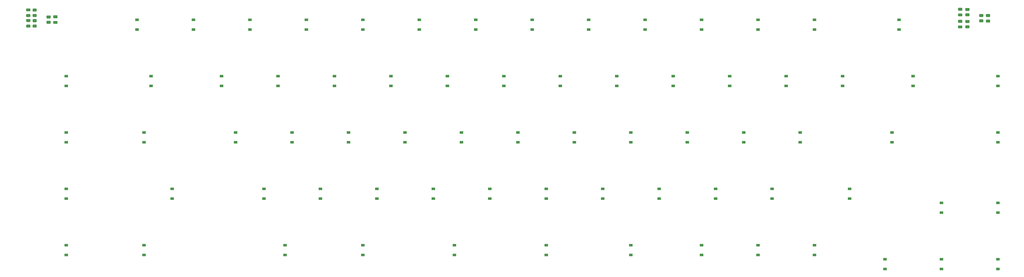
<source format=gbr>
%TF.GenerationSoftware,KiCad,Pcbnew,(5.1.9)-1*%
%TF.CreationDate,2021-03-12T14:35:54-08:00*%
%TF.ProjectId,USKB Final,55534b42-2046-4696-9e61-6c2e6b696361,rev?*%
%TF.SameCoordinates,Original*%
%TF.FileFunction,Paste,Bot*%
%TF.FilePolarity,Positive*%
%FSLAX46Y46*%
G04 Gerber Fmt 4.6, Leading zero omitted, Abs format (unit mm)*
G04 Created by KiCad (PCBNEW (5.1.9)-1) date 2021-03-12 14:35:54*
%MOMM*%
%LPD*%
G01*
G04 APERTURE LIST*
%ADD10R,1.200000X0.900000*%
G04 APERTURE END LIST*
%TO.C,R6*%
G36*
G01*
X53905998Y-35198000D02*
X54806002Y-35198000D01*
G75*
G02*
X55056000Y-35447998I0J-249998D01*
G01*
X55056000Y-35973002D01*
G75*
G02*
X54806002Y-36223000I-249998J0D01*
G01*
X53905998Y-36223000D01*
G75*
G02*
X53656000Y-35973002I0J249998D01*
G01*
X53656000Y-35447998D01*
G75*
G02*
X53905998Y-35198000I249998J0D01*
G01*
G37*
G36*
G01*
X53905998Y-33373000D02*
X54806002Y-33373000D01*
G75*
G02*
X55056000Y-33622998I0J-249998D01*
G01*
X55056000Y-34148002D01*
G75*
G02*
X54806002Y-34398000I-249998J0D01*
G01*
X53905998Y-34398000D01*
G75*
G02*
X53656000Y-34148002I0J249998D01*
G01*
X53656000Y-33622998D01*
G75*
G02*
X53905998Y-33373000I249998J0D01*
G01*
G37*
%TD*%
%TO.C,R5*%
G36*
G01*
X50101922Y-35662920D02*
X49201918Y-35662920D01*
G75*
G02*
X48951920Y-35412922I0J249998D01*
G01*
X48951920Y-34887918D01*
G75*
G02*
X49201918Y-34637920I249998J0D01*
G01*
X50101922Y-34637920D01*
G75*
G02*
X50351920Y-34887918I0J-249998D01*
G01*
X50351920Y-35412922D01*
G75*
G02*
X50101922Y-35662920I-249998J0D01*
G01*
G37*
G36*
G01*
X50101922Y-37487920D02*
X49201918Y-37487920D01*
G75*
G02*
X48951920Y-37237922I0J249998D01*
G01*
X48951920Y-36712918D01*
G75*
G02*
X49201918Y-36462920I249998J0D01*
G01*
X50101922Y-36462920D01*
G75*
G02*
X50351920Y-36712918I0J-249998D01*
G01*
X50351920Y-37237922D01*
G75*
G02*
X50101922Y-37487920I-249998J0D01*
G01*
G37*
%TD*%
%TO.C,R4*%
G36*
G01*
X49201918Y-32886600D02*
X50101922Y-32886600D01*
G75*
G02*
X50351920Y-33136598I0J-249998D01*
G01*
X50351920Y-33661602D01*
G75*
G02*
X50101922Y-33911600I-249998J0D01*
G01*
X49201918Y-33911600D01*
G75*
G02*
X48951920Y-33661602I0J249998D01*
G01*
X48951920Y-33136598D01*
G75*
G02*
X49201918Y-32886600I249998J0D01*
G01*
G37*
G36*
G01*
X49201918Y-31061600D02*
X50101922Y-31061600D01*
G75*
G02*
X50351920Y-31311598I0J-249998D01*
G01*
X50351920Y-31836602D01*
G75*
G02*
X50101922Y-32086600I-249998J0D01*
G01*
X49201918Y-32086600D01*
G75*
G02*
X48951920Y-31836602I0J249998D01*
G01*
X48951920Y-31311598D01*
G75*
G02*
X49201918Y-31061600I249998J0D01*
G01*
G37*
%TD*%
%TO.C,R3*%
G36*
G01*
X368611998Y-34713500D02*
X369512002Y-34713500D01*
G75*
G02*
X369762000Y-34963498I0J-249998D01*
G01*
X369762000Y-35488502D01*
G75*
G02*
X369512002Y-35738500I-249998J0D01*
G01*
X368611998Y-35738500D01*
G75*
G02*
X368362000Y-35488502I0J249998D01*
G01*
X368362000Y-34963498D01*
G75*
G02*
X368611998Y-34713500I249998J0D01*
G01*
G37*
G36*
G01*
X368611998Y-32888500D02*
X369512002Y-32888500D01*
G75*
G02*
X369762000Y-33138498I0J-249998D01*
G01*
X369762000Y-33663502D01*
G75*
G02*
X369512002Y-33913500I-249998J0D01*
G01*
X368611998Y-33913500D01*
G75*
G02*
X368362000Y-33663502I0J249998D01*
G01*
X368362000Y-33138498D01*
G75*
G02*
X368611998Y-32888500I249998J0D01*
G01*
G37*
%TD*%
%TO.C,R2*%
G36*
G01*
X364813002Y-35922000D02*
X363912998Y-35922000D01*
G75*
G02*
X363663000Y-35672002I0J249998D01*
G01*
X363663000Y-35146998D01*
G75*
G02*
X363912998Y-34897000I249998J0D01*
G01*
X364813002Y-34897000D01*
G75*
G02*
X365063000Y-35146998I0J-249998D01*
G01*
X365063000Y-35672002D01*
G75*
G02*
X364813002Y-35922000I-249998J0D01*
G01*
G37*
G36*
G01*
X364813002Y-37747000D02*
X363912998Y-37747000D01*
G75*
G02*
X363663000Y-37497002I0J249998D01*
G01*
X363663000Y-36971998D01*
G75*
G02*
X363912998Y-36722000I249998J0D01*
G01*
X364813002Y-36722000D01*
G75*
G02*
X365063000Y-36971998I0J-249998D01*
G01*
X365063000Y-37497002D01*
G75*
G02*
X364813002Y-37747000I-249998J0D01*
G01*
G37*
%TD*%
%TO.C,R1*%
G36*
G01*
X363912998Y-32658000D02*
X364813002Y-32658000D01*
G75*
G02*
X365063000Y-32907998I0J-249998D01*
G01*
X365063000Y-33433002D01*
G75*
G02*
X364813002Y-33683000I-249998J0D01*
G01*
X363912998Y-33683000D01*
G75*
G02*
X363663000Y-33433002I0J249998D01*
G01*
X363663000Y-32907998D01*
G75*
G02*
X363912998Y-32658000I249998J0D01*
G01*
G37*
G36*
G01*
X363912998Y-30833000D02*
X364813002Y-30833000D01*
G75*
G02*
X365063000Y-31082998I0J-249998D01*
G01*
X365063000Y-31608002D01*
G75*
G02*
X364813002Y-31858000I-249998J0D01*
G01*
X363912998Y-31858000D01*
G75*
G02*
X363663000Y-31608002I0J249998D01*
G01*
X363663000Y-31082998D01*
G75*
G02*
X363912998Y-30833000I249998J0D01*
G01*
G37*
%TD*%
D10*
%TO.C,D_Z1*%
X127000000Y-92012500D03*
X127000000Y-95312500D03*
%TD*%
%TO.C,D_Y1*%
X207962500Y-53912500D03*
X207962500Y-57212500D03*
%TD*%
%TO.C,D_X1*%
X146050000Y-92012500D03*
X146050000Y-95312500D03*
%TD*%
%TO.C,D_Win1*%
X374650000Y-96775000D03*
X374650000Y-100075000D03*
%TD*%
%TO.C,D_W1*%
X131762500Y-53912500D03*
X131762500Y-57212500D03*
%TD*%
%TO.C,D_V1*%
X184150000Y-92012500D03*
X184150000Y-95312500D03*
%TD*%
%TO.C,D_UArrow1*%
X355600000Y-96775000D03*
X355600000Y-100075000D03*
%TD*%
%TO.C,D_U1*%
X227012500Y-53912500D03*
X227012500Y-57212500D03*
%TD*%
%TO.C,D_Tab1*%
X88900000Y-53912500D03*
X88900000Y-57212500D03*
%TD*%
%TO.C,D_T1*%
X188912500Y-53912500D03*
X188912500Y-57212500D03*
%TD*%
%TO.C,D_Space_4*%
X250825000Y-111062500D03*
X250825000Y-114362500D03*
%TD*%
%TO.C,D_Space_3*%
X222250000Y-111062500D03*
X222250000Y-114362500D03*
%TD*%
%TO.C,D_Space_2*%
X191293750Y-111062500D03*
X191293750Y-114362500D03*
%TD*%
%TO.C,D_Space1*%
X160337500Y-111062500D03*
X160337500Y-114362500D03*
%TD*%
%TO.C,D_Slash1*%
X298450000Y-92012500D03*
X298450000Y-95312500D03*
%TD*%
%TO.C,D_Shift2*%
X324643750Y-92012500D03*
X324643750Y-95312500D03*
%TD*%
%TO.C,D_Shift1*%
X96043750Y-92012500D03*
X96043750Y-95312500D03*
%TD*%
%TO.C,D_S1*%
X136525000Y-72962500D03*
X136525000Y-76262500D03*
%TD*%
%TO.C,D_RThan1*%
X279400000Y-92012500D03*
X279400000Y-95312500D03*
%TD*%
%TO.C,D_RBrace1*%
X322262500Y-53912500D03*
X322262500Y-57212500D03*
%TD*%
%TO.C,D_RArrow1*%
X374650000Y-115825000D03*
X374650000Y-119125000D03*
%TD*%
%TO.C,D_R1*%
X169862500Y-53912500D03*
X169862500Y-57212500D03*
%TD*%
%TO.C,D_Q1*%
X112712500Y-53912500D03*
X112712500Y-57212500D03*
%TD*%
%TO.C,D_Plus1*%
X312737500Y-34862500D03*
X312737500Y-38162500D03*
%TD*%
%TO.C,D_P1*%
X284162500Y-53912500D03*
X284162500Y-57212500D03*
%TD*%
%TO.C,D_O1*%
X265112500Y-53912500D03*
X265112500Y-57212500D03*
%TD*%
%TO.C,D_Num9*%
X255587500Y-34862500D03*
X255587500Y-38162500D03*
%TD*%
%TO.C,D_Num8*%
X236537500Y-34862500D03*
X236537500Y-38162500D03*
%TD*%
%TO.C,D_Num7*%
X217487500Y-34862500D03*
X217487500Y-38162500D03*
%TD*%
%TO.C,D_Num6*%
X198437500Y-34862500D03*
X198437500Y-38162500D03*
%TD*%
%TO.C,D_Num5*%
X179387500Y-34862500D03*
X179387500Y-38162500D03*
%TD*%
%TO.C,D_Num4*%
X160337500Y-34862500D03*
X160337500Y-38162500D03*
%TD*%
%TO.C,D_Num3*%
X141287500Y-34862500D03*
X141287500Y-38162500D03*
%TD*%
%TO.C,D_Num2*%
X122237500Y-34862500D03*
X122237500Y-38162500D03*
%TD*%
%TO.C,D_Num1*%
X103187500Y-34862500D03*
X103187500Y-38162500D03*
%TD*%
%TO.C,D_Num0*%
X274637500Y-34862500D03*
X274637500Y-38162500D03*
%TD*%
%TO.C,D_N1*%
X222250000Y-92012500D03*
X222250000Y-95312500D03*
%TD*%
%TO.C,D_Minus1*%
X293687500Y-34862500D03*
X293687500Y-38162500D03*
%TD*%
%TO.C,D_M1*%
X241300000Y-92012500D03*
X241300000Y-95312500D03*
%TD*%
%TO.C,D_LThan1*%
X260350000Y-92012500D03*
X260350000Y-95312500D03*
%TD*%
%TO.C,D_LBrace1*%
X303212500Y-53912500D03*
X303212500Y-57212500D03*
%TD*%
%TO.C,D_LArrow1*%
X336550000Y-115825000D03*
X336550000Y-119125000D03*
%TD*%
%TO.C,D_L1*%
X269875000Y-72962500D03*
X269875000Y-76262500D03*
%TD*%
%TO.C,D_K1*%
X250825000Y-72962500D03*
X250825000Y-76262500D03*
%TD*%
%TO.C,D_J1*%
X231775000Y-72962500D03*
X231775000Y-76262500D03*
%TD*%
%TO.C,D_I1*%
X246062500Y-53912500D03*
X246062500Y-57212500D03*
%TD*%
%TO.C,D_H1*%
X212725000Y-72962500D03*
X212725000Y-76262500D03*
%TD*%
%TO.C,D_G1*%
X193675000Y-72962500D03*
X193675000Y-76262500D03*
%TD*%
%TO.C,D_Fn1*%
X293687500Y-111062500D03*
X293687500Y-114362500D03*
%TD*%
%TO.C,D_F18*%
X374650000Y-72962500D03*
X374650000Y-76262500D03*
%TD*%
%TO.C,D_F17*%
X374650000Y-53912500D03*
X374650000Y-57212500D03*
%TD*%
%TO.C,D_F16*%
X60325000Y-111062500D03*
X60325000Y-114362500D03*
%TD*%
%TO.C,D_F15*%
X60325000Y-92012500D03*
X60325000Y-95312500D03*
%TD*%
%TO.C,D_F14*%
X60325000Y-72962500D03*
X60325000Y-76262500D03*
%TD*%
%TO.C,D_F13*%
X60325000Y-53912500D03*
X60325000Y-57212500D03*
%TD*%
%TO.C,D_F1*%
X174625000Y-72962500D03*
X174625000Y-76262500D03*
%TD*%
%TO.C,D_Esc1*%
X84137500Y-34862500D03*
X84137500Y-38162500D03*
%TD*%
%TO.C,D_Enter1*%
X338931250Y-72962500D03*
X338931250Y-76262500D03*
%TD*%
%TO.C,D_E1*%
X150812500Y-53912500D03*
X150812500Y-57212500D03*
%TD*%
%TO.C,D_DArrow1*%
X355600000Y-115825000D03*
X355600000Y-119125000D03*
%TD*%
%TO.C,D_D1*%
X155575000Y-72962500D03*
X155575000Y-76262500D03*
%TD*%
%TO.C,D_Ctrl2*%
X312737500Y-111062500D03*
X312737500Y-114362500D03*
%TD*%
%TO.C,D_Ctrl1*%
X86518750Y-111062500D03*
X86518750Y-114362500D03*
%TD*%
%TO.C,D_Colon1*%
X288925000Y-72962500D03*
X288925000Y-76262500D03*
%TD*%
%TO.C,D_Caps1*%
X86518750Y-72962500D03*
X86518750Y-76262500D03*
%TD*%
%TO.C,D_C1*%
X165100000Y-92012500D03*
X165100000Y-95312500D03*
%TD*%
%TO.C,D_BSlash1*%
X346075000Y-53912500D03*
X346075000Y-57212500D03*
%TD*%
%TO.C,D_Backspace1*%
X341312500Y-34862500D03*
X341312500Y-38162500D03*
%TD*%
%TO.C,D_B1*%
X203200000Y-92012500D03*
X203200000Y-95312500D03*
%TD*%
%TO.C,D_Apostrophe1*%
X307975000Y-72962500D03*
X307975000Y-76262500D03*
%TD*%
%TO.C,D_Alt2*%
X274637500Y-111062500D03*
X274637500Y-114362500D03*
%TD*%
%TO.C,D_Alt1*%
X134143750Y-111062500D03*
X134143750Y-114362500D03*
%TD*%
%TO.C,D_A1*%
X117475000Y-72962500D03*
X117475000Y-76262500D03*
%TD*%
%TO.C,C6*%
G36*
G01*
X57117000Y-34348000D02*
X56167000Y-34348000D01*
G75*
G02*
X55917000Y-34098000I0J250000D01*
G01*
X55917000Y-33598000D01*
G75*
G02*
X56167000Y-33348000I250000J0D01*
G01*
X57117000Y-33348000D01*
G75*
G02*
X57367000Y-33598000I0J-250000D01*
G01*
X57367000Y-34098000D01*
G75*
G02*
X57117000Y-34348000I-250000J0D01*
G01*
G37*
G36*
G01*
X57117000Y-36248000D02*
X56167000Y-36248000D01*
G75*
G02*
X55917000Y-35998000I0J250000D01*
G01*
X55917000Y-35498000D01*
G75*
G02*
X56167000Y-35248000I250000J0D01*
G01*
X57117000Y-35248000D01*
G75*
G02*
X57367000Y-35498000I0J-250000D01*
G01*
X57367000Y-35998000D01*
G75*
G02*
X57117000Y-36248000I-250000J0D01*
G01*
G37*
%TD*%
%TO.C,C5*%
G36*
G01*
X47028080Y-36492600D02*
X47978080Y-36492600D01*
G75*
G02*
X48228080Y-36742600I0J-250000D01*
G01*
X48228080Y-37242600D01*
G75*
G02*
X47978080Y-37492600I-250000J0D01*
G01*
X47028080Y-37492600D01*
G75*
G02*
X46778080Y-37242600I0J250000D01*
G01*
X46778080Y-36742600D01*
G75*
G02*
X47028080Y-36492600I250000J0D01*
G01*
G37*
G36*
G01*
X47028080Y-34592600D02*
X47978080Y-34592600D01*
G75*
G02*
X48228080Y-34842600I0J-250000D01*
G01*
X48228080Y-35342600D01*
G75*
G02*
X47978080Y-35592600I-250000J0D01*
G01*
X47028080Y-35592600D01*
G75*
G02*
X46778080Y-35342600I0J250000D01*
G01*
X46778080Y-34842600D01*
G75*
G02*
X47028080Y-34592600I250000J0D01*
G01*
G37*
%TD*%
%TO.C,C4*%
G36*
G01*
X47978080Y-32016280D02*
X47028080Y-32016280D01*
G75*
G02*
X46778080Y-31766280I0J250000D01*
G01*
X46778080Y-31266280D01*
G75*
G02*
X47028080Y-31016280I250000J0D01*
G01*
X47978080Y-31016280D01*
G75*
G02*
X48228080Y-31266280I0J-250000D01*
G01*
X48228080Y-31766280D01*
G75*
G02*
X47978080Y-32016280I-250000J0D01*
G01*
G37*
G36*
G01*
X47978080Y-33916280D02*
X47028080Y-33916280D01*
G75*
G02*
X46778080Y-33666280I0J250000D01*
G01*
X46778080Y-33166280D01*
G75*
G02*
X47028080Y-32916280I250000J0D01*
G01*
X47978080Y-32916280D01*
G75*
G02*
X48228080Y-33166280I0J-250000D01*
G01*
X48228080Y-33666280D01*
G75*
G02*
X47978080Y-33916280I-250000J0D01*
G01*
G37*
%TD*%
%TO.C,C3*%
G36*
G01*
X371823000Y-33906000D02*
X370873000Y-33906000D01*
G75*
G02*
X370623000Y-33656000I0J250000D01*
G01*
X370623000Y-33156000D01*
G75*
G02*
X370873000Y-32906000I250000J0D01*
G01*
X371823000Y-32906000D01*
G75*
G02*
X372073000Y-33156000I0J-250000D01*
G01*
X372073000Y-33656000D01*
G75*
G02*
X371823000Y-33906000I-250000J0D01*
G01*
G37*
G36*
G01*
X371823000Y-35806000D02*
X370873000Y-35806000D01*
G75*
G02*
X370623000Y-35556000I0J250000D01*
G01*
X370623000Y-35056000D01*
G75*
G02*
X370873000Y-34806000I250000J0D01*
G01*
X371823000Y-34806000D01*
G75*
G02*
X372073000Y-35056000I0J-250000D01*
G01*
X372073000Y-35556000D01*
G75*
G02*
X371823000Y-35806000I-250000J0D01*
G01*
G37*
%TD*%
%TO.C,C2*%
G36*
G01*
X361475000Y-36772000D02*
X362425000Y-36772000D01*
G75*
G02*
X362675000Y-37022000I0J-250000D01*
G01*
X362675000Y-37522000D01*
G75*
G02*
X362425000Y-37772000I-250000J0D01*
G01*
X361475000Y-37772000D01*
G75*
G02*
X361225000Y-37522000I0J250000D01*
G01*
X361225000Y-37022000D01*
G75*
G02*
X361475000Y-36772000I250000J0D01*
G01*
G37*
G36*
G01*
X361475000Y-34872000D02*
X362425000Y-34872000D01*
G75*
G02*
X362675000Y-35122000I0J-250000D01*
G01*
X362675000Y-35622000D01*
G75*
G02*
X362425000Y-35872000I-250000J0D01*
G01*
X361475000Y-35872000D01*
G75*
G02*
X361225000Y-35622000I0J250000D01*
G01*
X361225000Y-35122000D01*
G75*
G02*
X361475000Y-34872000I250000J0D01*
G01*
G37*
%TD*%
%TO.C,C1*%
G36*
G01*
X362425000Y-31808000D02*
X361475000Y-31808000D01*
G75*
G02*
X361225000Y-31558000I0J250000D01*
G01*
X361225000Y-31058000D01*
G75*
G02*
X361475000Y-30808000I250000J0D01*
G01*
X362425000Y-30808000D01*
G75*
G02*
X362675000Y-31058000I0J-250000D01*
G01*
X362675000Y-31558000D01*
G75*
G02*
X362425000Y-31808000I-250000J0D01*
G01*
G37*
G36*
G01*
X362425000Y-33708000D02*
X361475000Y-33708000D01*
G75*
G02*
X361225000Y-33458000I0J250000D01*
G01*
X361225000Y-32958000D01*
G75*
G02*
X361475000Y-32708000I250000J0D01*
G01*
X362425000Y-32708000D01*
G75*
G02*
X362675000Y-32958000I0J-250000D01*
G01*
X362675000Y-33458000D01*
G75*
G02*
X362425000Y-33708000I-250000J0D01*
G01*
G37*
%TD*%
M02*

</source>
